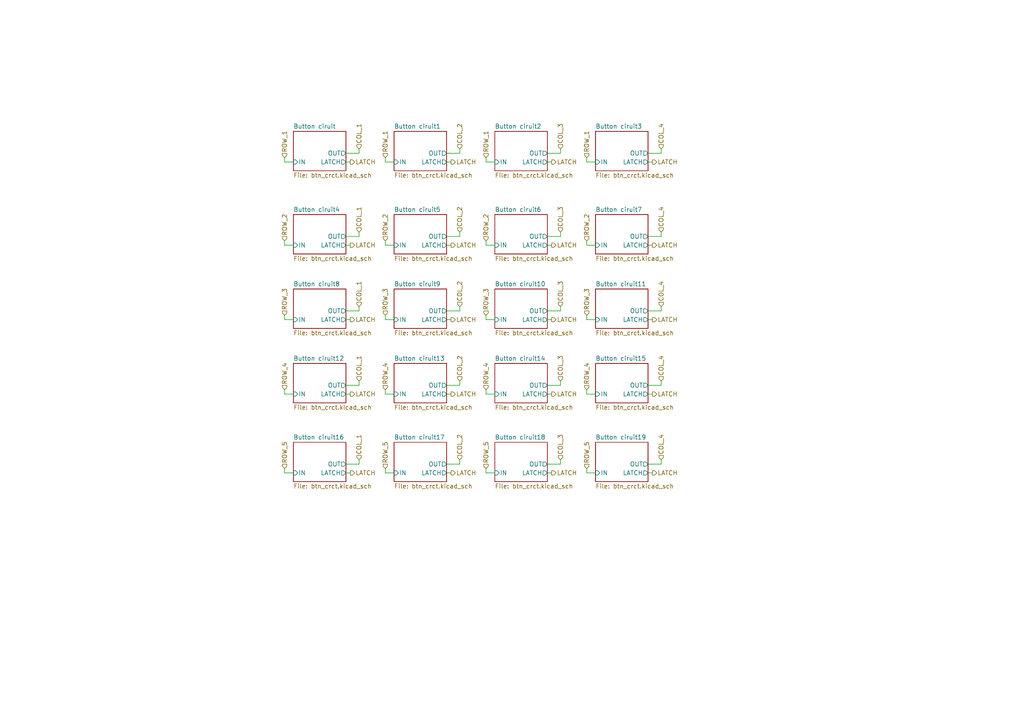
<source format=kicad_sch>
(kicad_sch
	(version 20250114)
	(generator "eeschema")
	(generator_version "9.0")
	(uuid "508e8651-5ddd-4ec8-aca2-53fbeddc9d97")
	(paper "A4")
	(lib_symbols)
	(wire
		(pts
			(xy 140.97 135.89) (xy 140.97 137.16)
		)
		(stroke
			(width 0)
			(type default)
		)
		(uuid "0391a6ba-33ba-459c-936d-cd938e3e4287")
	)
	(wire
		(pts
			(xy 100.33 137.16) (xy 101.6 137.16)
		)
		(stroke
			(width 0)
			(type default)
		)
		(uuid "0c6ab286-e112-4a80-af98-260743173afe")
	)
	(wire
		(pts
			(xy 158.75 46.99) (xy 160.02 46.99)
		)
		(stroke
			(width 0)
			(type default)
		)
		(uuid "0e24a1ed-5ea5-4e5d-b9f2-446ca6799bc2")
	)
	(wire
		(pts
			(xy 140.97 45.72) (xy 140.97 46.99)
		)
		(stroke
			(width 0)
			(type default)
		)
		(uuid "0eab6d30-2b60-4cdc-bffc-e024e856532a")
	)
	(wire
		(pts
			(xy 129.54 46.99) (xy 130.81 46.99)
		)
		(stroke
			(width 0)
			(type default)
		)
		(uuid "14dd77fa-fd11-4c67-bb01-51cdd49d1438")
	)
	(wire
		(pts
			(xy 170.18 71.12) (xy 172.72 71.12)
		)
		(stroke
			(width 0)
			(type default)
		)
		(uuid "1ae8b88d-9e31-4d01-a6c9-691c201147ee")
	)
	(wire
		(pts
			(xy 100.33 111.76) (xy 104.14 111.76)
		)
		(stroke
			(width 0)
			(type default)
		)
		(uuid "1e27435a-910a-4f0b-8656-66ca29583b11")
	)
	(wire
		(pts
			(xy 129.54 68.58) (xy 133.35 68.58)
		)
		(stroke
			(width 0)
			(type default)
		)
		(uuid "1fe5e2bb-984f-4ed4-9d99-ecf5dd8142bc")
	)
	(wire
		(pts
			(xy 162.56 111.76) (xy 162.56 110.49)
		)
		(stroke
			(width 0)
			(type default)
		)
		(uuid "21a49993-f9fc-4e17-b91e-d4496d17fb7a")
	)
	(wire
		(pts
			(xy 129.54 114.3) (xy 130.81 114.3)
		)
		(stroke
			(width 0)
			(type default)
		)
		(uuid "25da5271-a520-45a6-be04-f40f77e34680")
	)
	(wire
		(pts
			(xy 82.55 45.72) (xy 82.55 46.99)
		)
		(stroke
			(width 0)
			(type default)
		)
		(uuid "2ce6f1b4-333d-4178-9833-bce6c3578834")
	)
	(wire
		(pts
			(xy 187.96 134.62) (xy 191.77 134.62)
		)
		(stroke
			(width 0)
			(type default)
		)
		(uuid "2d161526-4f96-4ec6-82dd-305ac3ce54ad")
	)
	(wire
		(pts
			(xy 170.18 91.44) (xy 170.18 92.71)
		)
		(stroke
			(width 0)
			(type default)
		)
		(uuid "3205f070-76cd-4581-baff-cbcb2d598240")
	)
	(wire
		(pts
			(xy 187.96 90.17) (xy 191.77 90.17)
		)
		(stroke
			(width 0)
			(type default)
		)
		(uuid "35355af0-bee2-4618-86aa-02c804e974c1")
	)
	(wire
		(pts
			(xy 162.56 90.17) (xy 162.56 88.9)
		)
		(stroke
			(width 0)
			(type default)
		)
		(uuid "360f7cd8-e532-4070-861f-5f242537944c")
	)
	(wire
		(pts
			(xy 82.55 135.89) (xy 82.55 137.16)
		)
		(stroke
			(width 0)
			(type default)
		)
		(uuid "39a3e8a3-d362-44af-8e3a-34812e1eef2e")
	)
	(wire
		(pts
			(xy 100.33 46.99) (xy 101.6 46.99)
		)
		(stroke
			(width 0)
			(type default)
		)
		(uuid "3e0661b1-41ef-45af-8c20-d53b358f3774")
	)
	(wire
		(pts
			(xy 187.96 46.99) (xy 189.23 46.99)
		)
		(stroke
			(width 0)
			(type default)
		)
		(uuid "3e5a9cbe-f8e0-4e4e-aa46-b64df544a79f")
	)
	(wire
		(pts
			(xy 129.54 90.17) (xy 133.35 90.17)
		)
		(stroke
			(width 0)
			(type default)
		)
		(uuid "4052fd4c-c1ff-429e-aa11-da3b68d23787")
	)
	(wire
		(pts
			(xy 133.35 44.45) (xy 133.35 43.18)
		)
		(stroke
			(width 0)
			(type default)
		)
		(uuid "447f0ff8-2c77-4f83-bc3a-b73ece6f42ca")
	)
	(wire
		(pts
			(xy 111.76 91.44) (xy 111.76 92.71)
		)
		(stroke
			(width 0)
			(type default)
		)
		(uuid "449cc102-ead4-40fb-96f0-dc3f087bf616")
	)
	(wire
		(pts
			(xy 191.77 134.62) (xy 191.77 133.35)
		)
		(stroke
			(width 0)
			(type default)
		)
		(uuid "4508c05c-de07-4aee-8c45-6e09d636e541")
	)
	(wire
		(pts
			(xy 111.76 137.16) (xy 114.3 137.16)
		)
		(stroke
			(width 0)
			(type default)
		)
		(uuid "4c0d71b8-3381-4259-b4aa-e27d8b3d8ddc")
	)
	(wire
		(pts
			(xy 82.55 114.3) (xy 85.09 114.3)
		)
		(stroke
			(width 0)
			(type default)
		)
		(uuid "4e169c1f-988e-4346-95fe-e1988ec6bbd3")
	)
	(wire
		(pts
			(xy 140.97 114.3) (xy 143.51 114.3)
		)
		(stroke
			(width 0)
			(type default)
		)
		(uuid "4fa1dfe6-a090-4bf2-b62f-bbe4f37ad6d9")
	)
	(wire
		(pts
			(xy 158.75 137.16) (xy 160.02 137.16)
		)
		(stroke
			(width 0)
			(type default)
		)
		(uuid "50c33d59-b922-4813-b8f3-31df6dfa8e11")
	)
	(wire
		(pts
			(xy 100.33 44.45) (xy 104.14 44.45)
		)
		(stroke
			(width 0)
			(type default)
		)
		(uuid "55fd5613-7a6e-47ca-a16f-99c8bc586947")
	)
	(wire
		(pts
			(xy 129.54 111.76) (xy 133.35 111.76)
		)
		(stroke
			(width 0)
			(type default)
		)
		(uuid "57e2c9e0-7907-4d7f-9026-51441f100a40")
	)
	(wire
		(pts
			(xy 170.18 114.3) (xy 172.72 114.3)
		)
		(stroke
			(width 0)
			(type default)
		)
		(uuid "588f6575-37f2-480d-a18e-f961052d4770")
	)
	(wire
		(pts
			(xy 158.75 92.71) (xy 160.02 92.71)
		)
		(stroke
			(width 0)
			(type default)
		)
		(uuid "5bc02fa8-f0e8-48b3-a8be-c4f69831d783")
	)
	(wire
		(pts
			(xy 187.96 92.71) (xy 189.23 92.71)
		)
		(stroke
			(width 0)
			(type default)
		)
		(uuid "5e6ea047-4a51-4184-accb-3b192ad8a27c")
	)
	(wire
		(pts
			(xy 170.18 92.71) (xy 172.72 92.71)
		)
		(stroke
			(width 0)
			(type default)
		)
		(uuid "5fa20962-247b-49f9-9f00-7b7d12adfeac")
	)
	(wire
		(pts
			(xy 187.96 114.3) (xy 189.23 114.3)
		)
		(stroke
			(width 0)
			(type default)
		)
		(uuid "628800ae-be0b-4776-a76a-352af0020dbf")
	)
	(wire
		(pts
			(xy 158.75 111.76) (xy 162.56 111.76)
		)
		(stroke
			(width 0)
			(type default)
		)
		(uuid "628a4e13-ad41-43cb-9f32-38662c79ee1c")
	)
	(wire
		(pts
			(xy 100.33 71.12) (xy 101.6 71.12)
		)
		(stroke
			(width 0)
			(type default)
		)
		(uuid "63e63b63-6b0d-48e3-a32a-90e4148a497e")
	)
	(wire
		(pts
			(xy 170.18 69.85) (xy 170.18 71.12)
		)
		(stroke
			(width 0)
			(type default)
		)
		(uuid "6876f823-7bb5-496e-85a2-ec329e909955")
	)
	(wire
		(pts
			(xy 104.14 134.62) (xy 104.14 133.35)
		)
		(stroke
			(width 0)
			(type default)
		)
		(uuid "697a5d9f-4c8a-4943-a8ec-b6f2b72a3b02")
	)
	(wire
		(pts
			(xy 104.14 44.45) (xy 104.14 43.18)
		)
		(stroke
			(width 0)
			(type default)
		)
		(uuid "6b8e37f2-75ee-42cf-968c-4d23b626f124")
	)
	(wire
		(pts
			(xy 170.18 137.16) (xy 172.72 137.16)
		)
		(stroke
			(width 0)
			(type default)
		)
		(uuid "70e5a4d3-4d06-42d8-b3d2-6e6fd60a327c")
	)
	(wire
		(pts
			(xy 140.97 69.85) (xy 140.97 71.12)
		)
		(stroke
			(width 0)
			(type default)
		)
		(uuid "72ada3cc-0d16-4d5a-8ebc-681e7e796c4a")
	)
	(wire
		(pts
			(xy 187.96 44.45) (xy 191.77 44.45)
		)
		(stroke
			(width 0)
			(type default)
		)
		(uuid "7a15c4b3-1174-4d07-8f8b-55d2d5037674")
	)
	(wire
		(pts
			(xy 170.18 113.03) (xy 170.18 114.3)
		)
		(stroke
			(width 0)
			(type default)
		)
		(uuid "7b42248b-df2e-4f20-8ae3-0d83d63dc12a")
	)
	(wire
		(pts
			(xy 140.97 91.44) (xy 140.97 92.71)
		)
		(stroke
			(width 0)
			(type default)
		)
		(uuid "80b4d6e2-fad3-4448-a257-3e5c36e605c2")
	)
	(wire
		(pts
			(xy 82.55 46.99) (xy 85.09 46.99)
		)
		(stroke
			(width 0)
			(type default)
		)
		(uuid "812b4e05-4905-41b1-9c1b-0ed4b10178b6")
	)
	(wire
		(pts
			(xy 140.97 137.16) (xy 143.51 137.16)
		)
		(stroke
			(width 0)
			(type default)
		)
		(uuid "81f48a1a-baf9-4018-821a-a9fa81340a18")
	)
	(wire
		(pts
			(xy 104.14 90.17) (xy 104.14 88.9)
		)
		(stroke
			(width 0)
			(type default)
		)
		(uuid "85332c73-2e40-4274-a2ee-07f42a8d7113")
	)
	(wire
		(pts
			(xy 158.75 44.45) (xy 162.56 44.45)
		)
		(stroke
			(width 0)
			(type default)
		)
		(uuid "85dcca3c-2696-4341-8826-35baa0891399")
	)
	(wire
		(pts
			(xy 100.33 134.62) (xy 104.14 134.62)
		)
		(stroke
			(width 0)
			(type default)
		)
		(uuid "8a517385-7264-4493-99f8-687996daae36")
	)
	(wire
		(pts
			(xy 158.75 114.3) (xy 160.02 114.3)
		)
		(stroke
			(width 0)
			(type default)
		)
		(uuid "8cfd3e7f-897b-4c78-ad8a-e14f2c67a41c")
	)
	(wire
		(pts
			(xy 133.35 90.17) (xy 133.35 88.9)
		)
		(stroke
			(width 0)
			(type default)
		)
		(uuid "8f6d0acf-25d6-4153-b673-94336f998197")
	)
	(wire
		(pts
			(xy 111.76 92.71) (xy 114.3 92.71)
		)
		(stroke
			(width 0)
			(type default)
		)
		(uuid "94953c2a-d400-4e00-8292-caf82459fa17")
	)
	(wire
		(pts
			(xy 111.76 71.12) (xy 114.3 71.12)
		)
		(stroke
			(width 0)
			(type default)
		)
		(uuid "960715f4-af08-484f-839b-d34922191428")
	)
	(wire
		(pts
			(xy 140.97 113.03) (xy 140.97 114.3)
		)
		(stroke
			(width 0)
			(type default)
		)
		(uuid "9a27635f-c8a9-4884-a443-e1484f5cc778")
	)
	(wire
		(pts
			(xy 162.56 68.58) (xy 162.56 67.31)
		)
		(stroke
			(width 0)
			(type default)
		)
		(uuid "9a8a78d8-dee5-4706-a4a6-55130155dace")
	)
	(wire
		(pts
			(xy 100.33 114.3) (xy 101.6 114.3)
		)
		(stroke
			(width 0)
			(type default)
		)
		(uuid "9c79b79e-8a9d-4bbe-9cb1-6269fd72ea45")
	)
	(wire
		(pts
			(xy 129.54 44.45) (xy 133.35 44.45)
		)
		(stroke
			(width 0)
			(type default)
		)
		(uuid "9c9c8c43-55c0-4582-963e-6ba754cbd1f2")
	)
	(wire
		(pts
			(xy 111.76 113.03) (xy 111.76 114.3)
		)
		(stroke
			(width 0)
			(type default)
		)
		(uuid "9dabc4a5-1a52-4325-ba2c-0e9f6b0097c9")
	)
	(wire
		(pts
			(xy 82.55 71.12) (xy 85.09 71.12)
		)
		(stroke
			(width 0)
			(type default)
		)
		(uuid "9e35d21b-2767-46c2-8be6-40068a53c443")
	)
	(wire
		(pts
			(xy 170.18 46.99) (xy 172.72 46.99)
		)
		(stroke
			(width 0)
			(type default)
		)
		(uuid "a01369a7-f540-419f-adb6-5c6472a955bd")
	)
	(wire
		(pts
			(xy 129.54 137.16) (xy 130.81 137.16)
		)
		(stroke
			(width 0)
			(type default)
		)
		(uuid "a1c5c005-c197-41eb-8166-6cac481872a2")
	)
	(wire
		(pts
			(xy 104.14 68.58) (xy 104.14 67.31)
		)
		(stroke
			(width 0)
			(type default)
		)
		(uuid "a5b0ab92-21e6-4e35-a33b-f0b50d1905d6")
	)
	(wire
		(pts
			(xy 158.75 90.17) (xy 162.56 90.17)
		)
		(stroke
			(width 0)
			(type default)
		)
		(uuid "a62d76a8-f1ca-443f-bf26-5597be71500c")
	)
	(wire
		(pts
			(xy 82.55 113.03) (xy 82.55 114.3)
		)
		(stroke
			(width 0)
			(type default)
		)
		(uuid "aa11d3bd-6875-4d7d-961f-f6e32a0cb9ec")
	)
	(wire
		(pts
			(xy 191.77 111.76) (xy 191.77 110.49)
		)
		(stroke
			(width 0)
			(type default)
		)
		(uuid "ac265015-7f9d-4985-8234-8aefb45f0ab1")
	)
	(wire
		(pts
			(xy 111.76 114.3) (xy 114.3 114.3)
		)
		(stroke
			(width 0)
			(type default)
		)
		(uuid "ac98ff25-35b0-427a-942d-37bb33c9cfe2")
	)
	(wire
		(pts
			(xy 187.96 111.76) (xy 191.77 111.76)
		)
		(stroke
			(width 0)
			(type default)
		)
		(uuid "ada424d8-be9e-4a53-bbe3-7018275180d1")
	)
	(wire
		(pts
			(xy 82.55 92.71) (xy 85.09 92.71)
		)
		(stroke
			(width 0)
			(type default)
		)
		(uuid "b325d194-d64e-441e-ab5b-59763ee3f4c3")
	)
	(wire
		(pts
			(xy 129.54 71.12) (xy 130.81 71.12)
		)
		(stroke
			(width 0)
			(type default)
		)
		(uuid "b4a31f6e-737c-44ca-bbeb-a498ae079cdd")
	)
	(wire
		(pts
			(xy 187.96 137.16) (xy 189.23 137.16)
		)
		(stroke
			(width 0)
			(type default)
		)
		(uuid "baa27192-0b0f-438c-86f0-e7ed53fb72a6")
	)
	(wire
		(pts
			(xy 158.75 68.58) (xy 162.56 68.58)
		)
		(stroke
			(width 0)
			(type default)
		)
		(uuid "bb6f493c-d94f-4b2c-b77f-18e628fd2cf6")
	)
	(wire
		(pts
			(xy 162.56 134.62) (xy 162.56 133.35)
		)
		(stroke
			(width 0)
			(type default)
		)
		(uuid "bcb7a54a-81e2-4631-b5ae-84ff3905aa4a")
	)
	(wire
		(pts
			(xy 111.76 45.72) (xy 111.76 46.99)
		)
		(stroke
			(width 0)
			(type default)
		)
		(uuid "bd69fa1c-4589-497a-ae13-921c6000101d")
	)
	(wire
		(pts
			(xy 187.96 68.58) (xy 191.77 68.58)
		)
		(stroke
			(width 0)
			(type default)
		)
		(uuid "beb544d6-7a94-4fb8-8d52-2f33d1fa673f")
	)
	(wire
		(pts
			(xy 133.35 68.58) (xy 133.35 67.31)
		)
		(stroke
			(width 0)
			(type default)
		)
		(uuid "c0393a3a-667e-4dd1-9792-5241abce6628")
	)
	(wire
		(pts
			(xy 82.55 69.85) (xy 82.55 71.12)
		)
		(stroke
			(width 0)
			(type default)
		)
		(uuid "c16ff7e4-b405-4eda-8db6-bbeba9d99619")
	)
	(wire
		(pts
			(xy 158.75 71.12) (xy 160.02 71.12)
		)
		(stroke
			(width 0)
			(type default)
		)
		(uuid "c24d597b-b29c-438e-abfd-2b03b93bf058")
	)
	(wire
		(pts
			(xy 129.54 92.71) (xy 130.81 92.71)
		)
		(stroke
			(width 0)
			(type default)
		)
		(uuid "c28df38a-cadb-4b39-a9ba-b01bd961c090")
	)
	(wire
		(pts
			(xy 162.56 44.45) (xy 162.56 43.18)
		)
		(stroke
			(width 0)
			(type default)
		)
		(uuid "c57cac44-4709-4f8a-9e75-3cffade29cac")
	)
	(wire
		(pts
			(xy 100.33 90.17) (xy 104.14 90.17)
		)
		(stroke
			(width 0)
			(type default)
		)
		(uuid "c6345905-e81b-4c9e-9927-5359f6d5cfa3")
	)
	(wire
		(pts
			(xy 191.77 90.17) (xy 191.77 88.9)
		)
		(stroke
			(width 0)
			(type default)
		)
		(uuid "ca0164c1-f07a-44b7-95c9-5889c525adc2")
	)
	(wire
		(pts
			(xy 133.35 111.76) (xy 133.35 110.49)
		)
		(stroke
			(width 0)
			(type default)
		)
		(uuid "cabd7f59-38a9-4d51-8912-9eaad91cb3b1")
	)
	(wire
		(pts
			(xy 111.76 46.99) (xy 114.3 46.99)
		)
		(stroke
			(width 0)
			(type default)
		)
		(uuid "cd3adfb6-1691-4f4c-b248-71f6a1d59979")
	)
	(wire
		(pts
			(xy 140.97 46.99) (xy 143.51 46.99)
		)
		(stroke
			(width 0)
			(type default)
		)
		(uuid "d73f27f1-5a26-4560-a7de-f63696e59d79")
	)
	(wire
		(pts
			(xy 111.76 69.85) (xy 111.76 71.12)
		)
		(stroke
			(width 0)
			(type default)
		)
		(uuid "dda70bd8-eebc-4d0d-b8f2-393439c36028")
	)
	(wire
		(pts
			(xy 129.54 134.62) (xy 133.35 134.62)
		)
		(stroke
			(width 0)
			(type default)
		)
		(uuid "e0befc0f-d008-480a-b03e-916f02df639c")
	)
	(wire
		(pts
			(xy 82.55 91.44) (xy 82.55 92.71)
		)
		(stroke
			(width 0)
			(type default)
		)
		(uuid "e25f5bcc-f75d-45bc-bb10-bbd49a8e7bdc")
	)
	(wire
		(pts
			(xy 191.77 44.45) (xy 191.77 43.18)
		)
		(stroke
			(width 0)
			(type default)
		)
		(uuid "e3ae0992-6a1c-43f4-a6a1-e18b2aeca378")
	)
	(wire
		(pts
			(xy 133.35 134.62) (xy 133.35 133.35)
		)
		(stroke
			(width 0)
			(type default)
		)
		(uuid "e3e0e0f9-2ec0-4064-98da-612ea2151bb1")
	)
	(wire
		(pts
			(xy 82.55 137.16) (xy 85.09 137.16)
		)
		(stroke
			(width 0)
			(type default)
		)
		(uuid "e7ed8ea2-9790-4e00-a0f5-47a47d517552")
	)
	(wire
		(pts
			(xy 191.77 68.58) (xy 191.77 67.31)
		)
		(stroke
			(width 0)
			(type default)
		)
		(uuid "e878fa66-22ba-40dc-9408-89c1d67f367b")
	)
	(wire
		(pts
			(xy 158.75 134.62) (xy 162.56 134.62)
		)
		(stroke
			(width 0)
			(type default)
		)
		(uuid "e8f9ccfc-8d91-46ef-b267-0a8d4bf3a65f")
	)
	(wire
		(pts
			(xy 140.97 71.12) (xy 143.51 71.12)
		)
		(stroke
			(width 0)
			(type default)
		)
		(uuid "ea8d6043-c06c-4dcc-bec0-d008729d346b")
	)
	(wire
		(pts
			(xy 100.33 92.71) (xy 101.6 92.71)
		)
		(stroke
			(width 0)
			(type default)
		)
		(uuid "ec952ebd-6bc6-4d2f-921f-e546fb02099b")
	)
	(wire
		(pts
			(xy 104.14 111.76) (xy 104.14 110.49)
		)
		(stroke
			(width 0)
			(type default)
		)
		(uuid "eeff8080-177d-4a59-9eea-b0af6cca687b")
	)
	(wire
		(pts
			(xy 111.76 135.89) (xy 111.76 137.16)
		)
		(stroke
			(width 0)
			(type default)
		)
		(uuid "f335d895-8cc6-4766-abae-6c6603bd5a7f")
	)
	(wire
		(pts
			(xy 170.18 45.72) (xy 170.18 46.99)
		)
		(stroke
			(width 0)
			(type default)
		)
		(uuid "f717c42b-3319-4f4e-bb5c-340edcd19644")
	)
	(wire
		(pts
			(xy 170.18 135.89) (xy 170.18 137.16)
		)
		(stroke
			(width 0)
			(type default)
		)
		(uuid "f7c41148-e912-4c5e-a4b6-7f2a88614ba4")
	)
	(wire
		(pts
			(xy 187.96 71.12) (xy 189.23 71.12)
		)
		(stroke
			(width 0)
			(type default)
		)
		(uuid "f8102a5c-17eb-4969-be33-5ca14a9ceb13")
	)
	(wire
		(pts
			(xy 140.97 92.71) (xy 143.51 92.71)
		)
		(stroke
			(width 0)
			(type default)
		)
		(uuid "f816e738-327c-4605-b3db-01cece5fd067")
	)
	(wire
		(pts
			(xy 100.33 68.58) (xy 104.14 68.58)
		)
		(stroke
			(width 0)
			(type default)
		)
		(uuid "f906da8c-d469-4daf-9c9d-a0bb5bb1f172")
	)
	(hierarchical_label "LATCH"
		(shape output)
		(at 160.02 71.12 0)
		(effects
			(font
				(size 1.27 1.27)
			)
			(justify left)
		)
		(uuid "0843f2e6-ba33-4c63-889b-071fcde60d3a")
	)
	(hierarchical_label "COL_4"
		(shape input)
		(at 191.77 43.18 90)
		(effects
			(font
				(size 1.27 1.27)
			)
			(justify left)
		)
		(uuid "1b112d1f-d08f-4e80-b8b5-5ba72770f9bd")
	)
	(hierarchical_label "ROW_4"
		(shape input)
		(at 140.97 113.03 90)
		(effects
			(font
				(size 1.27 1.27)
			)
			(justify left)
		)
		(uuid "1b93495c-35da-44e4-9a89-59ed64ea843e")
	)
	(hierarchical_label "COL_1"
		(shape input)
		(at 104.14 43.18 90)
		(effects
			(font
				(size 1.27 1.27)
			)
			(justify left)
		)
		(uuid "1d2ae543-b2e9-4ab3-83b3-c1d5791b6534")
	)
	(hierarchical_label "LATCH"
		(shape output)
		(at 189.23 71.12 0)
		(effects
			(font
				(size 1.27 1.27)
			)
			(justify left)
		)
		(uuid "1e823adc-98ef-415d-8e45-1cbaf6398c11")
	)
	(hierarchical_label "COL_2"
		(shape input)
		(at 133.35 43.18 90)
		(effects
			(font
				(size 1.27 1.27)
			)
			(justify left)
		)
		(uuid "1ef9e28d-9db7-4c07-ac59-afd2a41a3528")
	)
	(hierarchical_label "COL_1"
		(shape input)
		(at 104.14 88.9 90)
		(effects
			(font
				(size 1.27 1.27)
			)
			(justify left)
		)
		(uuid "24608d23-93f9-46fe-a3a3-1fb1bfea9d22")
	)
	(hierarchical_label "LATCH"
		(shape output)
		(at 101.6 71.12 0)
		(effects
			(font
				(size 1.27 1.27)
			)
			(justify left)
		)
		(uuid "27b20620-ebb0-47a2-8a8f-434f64ec6626")
	)
	(hierarchical_label "ROW_5"
		(shape input)
		(at 170.18 135.89 90)
		(effects
			(font
				(size 1.27 1.27)
			)
			(justify left)
		)
		(uuid "28005446-9248-47cd-8e87-09f0fb363673")
	)
	(hierarchical_label "COL_4"
		(shape input)
		(at 191.77 67.31 90)
		(effects
			(font
				(size 1.27 1.27)
			)
			(justify left)
		)
		(uuid "2fa26961-6af5-4aeb-9b5c-87d7726de000")
	)
	(hierarchical_label "LATCH"
		(shape output)
		(at 189.23 46.99 0)
		(effects
			(font
				(size 1.27 1.27)
			)
			(justify left)
		)
		(uuid "30087f86-6c47-4be4-8f80-196b3337545c")
	)
	(hierarchical_label "LATCH"
		(shape output)
		(at 101.6 46.99 0)
		(effects
			(font
				(size 1.27 1.27)
			)
			(justify left)
		)
		(uuid "321cc810-904d-4035-b65a-5b1586b2399a")
	)
	(hierarchical_label "ROW_3"
		(shape input)
		(at 170.18 91.44 90)
		(effects
			(font
				(size 1.27 1.27)
			)
			(justify left)
		)
		(uuid "32d08c5c-b14c-4051-bb1f-c733fee99b3b")
	)
	(hierarchical_label "ROW_5"
		(shape input)
		(at 82.55 135.89 90)
		(effects
			(font
				(size 1.27 1.27)
			)
			(justify left)
		)
		(uuid "33fb3053-3085-44e6-ae84-5ac8c1527323")
	)
	(hierarchical_label "COL_2"
		(shape input)
		(at 133.35 133.35 90)
		(effects
			(font
				(size 1.27 1.27)
			)
			(justify left)
		)
		(uuid "3dbe2025-9894-49d1-ad4f-3333281f6651")
	)
	(hierarchical_label "ROW_4"
		(shape input)
		(at 82.55 113.03 90)
		(effects
			(font
				(size 1.27 1.27)
			)
			(justify left)
		)
		(uuid "3fd1c400-319d-4107-8465-20ffd4627ac6")
	)
	(hierarchical_label "ROW_1"
		(shape input)
		(at 170.18 45.72 90)
		(effects
			(font
				(size 1.27 1.27)
			)
			(justify left)
		)
		(uuid "40a8aeab-9b3e-40ac-a70a-890bc791e9f0")
	)
	(hierarchical_label "COL_3"
		(shape input)
		(at 162.56 67.31 90)
		(effects
			(font
				(size 1.27 1.27)
			)
			(justify left)
		)
		(uuid "417f9036-17f6-43f9-944d-d950ed825064")
	)
	(hierarchical_label "LATCH"
		(shape output)
		(at 160.02 46.99 0)
		(effects
			(font
				(size 1.27 1.27)
			)
			(justify left)
		)
		(uuid "4365a5e5-f994-44af-9682-7f339f826e8e")
	)
	(hierarchical_label "ROW_4"
		(shape input)
		(at 111.76 113.03 90)
		(effects
			(font
				(size 1.27 1.27)
			)
			(justify left)
		)
		(uuid "47f09723-e390-4d83-a8db-7dc5ef11d5a1")
	)
	(hierarchical_label "LATCH"
		(shape output)
		(at 101.6 92.71 0)
		(effects
			(font
				(size 1.27 1.27)
			)
			(justify left)
		)
		(uuid "49607448-09e0-45e5-9aae-10978152de6d")
	)
	(hierarchical_label "COL_3"
		(shape input)
		(at 162.56 110.49 90)
		(effects
			(font
				(size 1.27 1.27)
			)
			(justify left)
		)
		(uuid "49d60cfd-c93e-4366-9f20-e1171adff61b")
	)
	(hierarchical_label "LATCH"
		(shape output)
		(at 130.81 114.3 0)
		(effects
			(font
				(size 1.27 1.27)
			)
			(justify left)
		)
		(uuid "4ced3df2-45d0-43bd-91bb-4dce60a8ef82")
	)
	(hierarchical_label "COL_3"
		(shape input)
		(at 162.56 133.35 90)
		(effects
			(font
				(size 1.27 1.27)
			)
			(justify left)
		)
		(uuid "531fcfca-e256-432a-b032-a7a1dc333a17")
	)
	(hierarchical_label "ROW_3"
		(shape input)
		(at 82.55 91.44 90)
		(effects
			(font
				(size 1.27 1.27)
			)
			(justify left)
		)
		(uuid "58f4670a-ef04-4c06-8085-ff6fc3de8afe")
	)
	(hierarchical_label "ROW_4"
		(shape input)
		(at 170.18 113.03 90)
		(effects
			(font
				(size 1.27 1.27)
			)
			(justify left)
		)
		(uuid "6112e380-4053-4a94-81ef-d23f3515412c")
	)
	(hierarchical_label "ROW_2"
		(shape input)
		(at 170.18 69.85 90)
		(effects
			(font
				(size 1.27 1.27)
			)
			(justify left)
		)
		(uuid "68d2865d-541d-4916-aa92-7e68a59d370c")
	)
	(hierarchical_label "LATCH"
		(shape output)
		(at 189.23 92.71 0)
		(effects
			(font
				(size 1.27 1.27)
			)
			(justify left)
		)
		(uuid "6901a41d-a74e-4753-a3ef-d6da4fc6963e")
	)
	(hierarchical_label "ROW_1"
		(shape input)
		(at 140.97 45.72 90)
		(effects
			(font
				(size 1.27 1.27)
			)
			(justify left)
		)
		(uuid "6e16d96a-9797-466a-a2b2-418d5a73f06c")
	)
	(hierarchical_label "ROW_1"
		(shape input)
		(at 111.76 45.72 90)
		(effects
			(font
				(size 1.27 1.27)
			)
			(justify left)
		)
		(uuid "6f7cb5bd-de52-432e-a91d-8aeb29ea18ef")
	)
	(hierarchical_label "LATCH"
		(shape output)
		(at 130.81 137.16 0)
		(effects
			(font
				(size 1.27 1.27)
			)
			(justify left)
		)
		(uuid "70ea47aa-4327-47b1-9d54-0c623ec14d8c")
	)
	(hierarchical_label "COL_4"
		(shape input)
		(at 191.77 88.9 90)
		(effects
			(font
				(size 1.27 1.27)
			)
			(justify left)
		)
		(uuid "72aab5f0-50fa-4ca3-a5e1-5fd2b95aac7b")
	)
	(hierarchical_label "LATCH"
		(shape output)
		(at 130.81 92.71 0)
		(effects
			(font
				(size 1.27 1.27)
			)
			(justify left)
		)
		(uuid "75b08af6-0419-4bec-af59-84a6712fea21")
	)
	(hierarchical_label "COL_3"
		(shape input)
		(at 162.56 88.9 90)
		(effects
			(font
				(size 1.27 1.27)
			)
			(justify left)
		)
		(uuid "8c6cb160-30b4-4b39-8f94-9612fdde6685")
	)
	(hierarchical_label "ROW_3"
		(shape input)
		(at 111.76 91.44 90)
		(effects
			(font
				(size 1.27 1.27)
			)
			(justify left)
		)
		(uuid "8cbd2ce5-11d7-4a1d-aae4-5e290da676e7")
	)
	(hierarchical_label "LATCH"
		(shape output)
		(at 189.23 114.3 0)
		(effects
			(font
				(size 1.27 1.27)
			)
			(justify left)
		)
		(uuid "94b55756-e00b-4c41-89a2-20d408aea26d")
	)
	(hierarchical_label "LATCH"
		(shape output)
		(at 160.02 92.71 0)
		(effects
			(font
				(size 1.27 1.27)
			)
			(justify left)
		)
		(uuid "9c0dff07-bf09-4a90-bc48-749eb55aa02f")
	)
	(hierarchical_label "COL_4"
		(shape input)
		(at 191.77 110.49 90)
		(effects
			(font
				(size 1.27 1.27)
			)
			(justify left)
		)
		(uuid "a736c9d3-41f4-42fb-9fba-dc49a61dbc57")
	)
	(hierarchical_label "LATCH"
		(shape output)
		(at 130.81 46.99 0)
		(effects
			(font
				(size 1.27 1.27)
			)
			(justify left)
		)
		(uuid "ab13dbe9-08ee-4dea-a372-939c44628ecb")
	)
	(hierarchical_label "LATCH"
		(shape output)
		(at 130.81 71.12 0)
		(effects
			(font
				(size 1.27 1.27)
			)
			(justify left)
		)
		(uuid "aba1b20a-6fc4-4b21-a2cc-246c4ae18196")
	)
	(hierarchical_label "ROW_2"
		(shape input)
		(at 111.76 69.85 90)
		(effects
			(font
				(size 1.27 1.27)
			)
			(justify left)
		)
		(uuid "b301a700-7935-4234-bbac-552ee2a4f693")
	)
	(hierarchical_label "COL_2"
		(shape input)
		(at 133.35 67.31 90)
		(effects
			(font
				(size 1.27 1.27)
			)
			(justify left)
		)
		(uuid "b4a04f13-cfff-4ded-8b7d-5f79a0d5eba6")
	)
	(hierarchical_label "COL_4"
		(shape input)
		(at 191.77 133.35 90)
		(effects
			(font
				(size 1.27 1.27)
			)
			(justify left)
		)
		(uuid "bd3d3de6-e28e-4c18-886d-1aefb6964085")
	)
	(hierarchical_label "COL_1"
		(shape input)
		(at 104.14 67.31 90)
		(effects
			(font
				(size 1.27 1.27)
			)
			(justify left)
		)
		(uuid "c8045cf8-d8d1-45ec-8309-8a21407cca7f")
	)
	(hierarchical_label "ROW_3"
		(shape input)
		(at 140.97 91.44 90)
		(effects
			(font
				(size 1.27 1.27)
			)
			(justify left)
		)
		(uuid "c87e2e12-7c9c-446d-a5a8-84bb00729bce")
	)
	(hierarchical_label "ROW_2"
		(shape input)
		(at 82.55 69.85 90)
		(effects
			(font
				(size 1.27 1.27)
			)
			(justify left)
		)
		(uuid "cb8dfef3-9455-43aa-9dc1-36c59a16fca8")
	)
	(hierarchical_label "COL_1"
		(shape input)
		(at 104.14 110.49 90)
		(effects
			(font
				(size 1.27 1.27)
			)
			(justify left)
		)
		(uuid "cca46d9e-165d-4f7d-a1a2-50c935eafaeb")
	)
	(hierarchical_label "COL_2"
		(shape input)
		(at 133.35 110.49 90)
		(effects
			(font
				(size 1.27 1.27)
			)
			(justify left)
		)
		(uuid "cd565d70-2769-45bb-9fd4-571fdb004112")
	)
	(hierarchical_label "LATCH"
		(shape output)
		(at 160.02 114.3 0)
		(effects
			(font
				(size 1.27 1.27)
			)
			(justify left)
		)
		(uuid "d1c95343-f790-480d-9043-60a404901dbc")
	)
	(hierarchical_label "COL_3"
		(shape input)
		(at 162.56 43.18 90)
		(effects
			(font
				(size 1.27 1.27)
			)
			(justify left)
		)
		(uuid "d343da80-2c29-4fe4-853d-e0c1b6217538")
	)
	(hierarchical_label "LATCH"
		(shape output)
		(at 101.6 137.16 0)
		(effects
			(font
				(size 1.27 1.27)
			)
			(justify left)
		)
		(uuid "e196d504-4916-4804-bd5b-60a18c89e0cc")
	)
	(hierarchical_label "ROW_5"
		(shape input)
		(at 140.97 135.89 90)
		(effects
			(font
				(size 1.27 1.27)
			)
			(justify left)
		)
		(uuid "e22a44a0-6c29-4495-a4ee-b73050ca0b0b")
	)
	(hierarchical_label "ROW_5"
		(shape input)
		(at 111.76 135.89 90)
		(effects
			(font
				(size 1.27 1.27)
			)
			(justify left)
		)
		(uuid "e4acdd2b-4a4e-4a06-8fa6-1953199bad37")
	)
	(hierarchical_label "COL_1"
		(shape input)
		(at 104.14 133.35 90)
		(effects
			(font
				(size 1.27 1.27)
			)
			(justify left)
		)
		(uuid "e824e1cd-198a-4a7e-bae5-2a736fe60a63")
	)
	(hierarchical_label "LATCH"
		(shape output)
		(at 160.02 137.16 0)
		(effects
			(font
				(size 1.27 1.27)
			)
			(justify left)
		)
		(uuid "e90391e9-0121-460d-b41f-f90d80c9f7c9")
	)
	(hierarchical_label "LATCH"
		(shape output)
		(at 189.23 137.16 0)
		(effects
			(font
				(size 1.27 1.27)
			)
			(justify left)
		)
		(uuid "ee9cb667-15db-4002-b48e-b26a7425092a")
	)
	(hierarchical_label "ROW_2"
		(shape input)
		(at 140.97 69.85 90)
		(effects
			(font
				(size 1.27 1.27)
			)
			(justify left)
		)
		(uuid "f1294ed1-490e-48c5-9a23-874e47ae274b")
	)
	(hierarchical_label "LATCH"
		(shape output)
		(at 101.6 114.3 0)
		(effects
			(font
				(size 1.27 1.27)
			)
			(justify left)
		)
		(uuid "f3794523-b92b-48d2-9e40-156044db9271")
	)
	(hierarchical_label "COL_2"
		(shape input)
		(at 133.35 88.9 90)
		(effects
			(font
				(size 1.27 1.27)
			)
			(justify left)
		)
		(uuid "f7e734b3-96ec-4a56-aa6e-a47c08904a7d")
	)
	(hierarchical_label "ROW_1"
		(shape input)
		(at 82.55 45.72 90)
		(effects
			(font
				(size 1.27 1.27)
			)
			(justify left)
		)
		(uuid "fe84435a-edb5-4fe9-a672-0bb2ecbd27cc")
	)
	(sheet
		(at 85.09 38.1)
		(size 15.24 11.43)
		(exclude_from_sim no)
		(in_bom yes)
		(on_board yes)
		(dnp no)
		(fields_autoplaced yes)
		(stroke
			(width 0.1524)
			(type solid)
		)
		(fill
			(color 0 0 0 0.0000)
		)
		(uuid "01bd6906-d0e9-4f48-8e09-6319a848cf13")
		(property "Sheetname" "Button ciruit"
			(at 85.09 37.3884 0)
			(effects
				(font
					(size 1.27 1.27)
				)
				(justify left bottom)
			)
		)
		(property "Sheetfile" "btn_crct.kicad_sch"
			(at 85.09 50.1146 0)
			(effects
				(font
					(size 1.27 1.27)
				)
				(justify left top)
			)
		)
		(pin "IN" input
			(at 85.09 46.99 180)
			(uuid "651d81d7-6438-4d09-ad0a-4ea4fe6d79cb")
			(effects
				(font
					(size 1.27 1.27)
				)
				(justify left)
			)
		)
		(pin "LATCH" output
			(at 100.33 46.99 0)
			(uuid "5d76b9b8-fb00-4dc5-b2f6-3e0e5cd108a4")
			(effects
				(font
					(size 1.27 1.27)
				)
				(justify right)
			)
		)
		(pin "OUT" output
			(at 100.33 44.45 0)
			(uuid "09c053fe-3cec-4ddb-bf48-799326b7d3f0")
			(effects
				(font
					(size 1.27 1.27)
				)
				(justify right)
			)
		)
		(instances
			(project "Dormo"
				(path "/ff209d91-b81c-4298-adb3-92cd8e0f5a40/c3ef7e2a-0c4c-4154-898b-a4f5d1bd0d76"
					(page "3")
				)
			)
		)
	)
	(sheet
		(at 114.3 62.23)
		(size 15.24 11.43)
		(exclude_from_sim no)
		(in_bom yes)
		(on_board yes)
		(dnp no)
		(fields_autoplaced yes)
		(stroke
			(width 0.1524)
			(type solid)
		)
		(fill
			(color 0 0 0 0.0000)
		)
		(uuid "060d89ff-bf1e-43e5-98c9-b1121b6f5ca4")
		(property "Sheetname" "Button ciruit5"
			(at 114.3 61.5184 0)
			(effects
				(font
					(size 1.27 1.27)
				)
				(justify left bottom)
			)
		)
		(property "Sheetfile" "btn_crct.kicad_sch"
			(at 114.3 74.2446 0)
			(effects
				(font
					(size 1.27 1.27)
				)
				(justify left top)
			)
		)
		(pin "IN" input
			(at 114.3 71.12 180)
			(uuid "b1c92e4a-02c5-4c9f-9b44-444e41ed1ee5")
			(effects
				(font
					(size 1.27 1.27)
				)
				(justify left)
			)
		)
		(pin "LATCH" output
			(at 129.54 71.12 0)
			(uuid "e451bf9f-ed63-42e8-b374-905f533b4b17")
			(effects
				(font
					(size 1.27 1.27)
				)
				(justify right)
			)
		)
		(pin "OUT" output
			(at 129.54 68.58 0)
			(uuid "2f96d221-e9ca-4771-a2f3-13208fb986cf")
			(effects
				(font
					(size 1.27 1.27)
				)
				(justify right)
			)
		)
		(instances
			(project "Dormo"
				(path "/ff209d91-b81c-4298-adb3-92cd8e0f5a40/c3ef7e2a-0c4c-4154-898b-a4f5d1bd0d76"
					(page "8")
				)
			)
		)
	)
	(sheet
		(at 172.72 128.27)
		(size 15.24 11.43)
		(exclude_from_sim no)
		(in_bom yes)
		(on_board yes)
		(dnp no)
		(fields_autoplaced yes)
		(stroke
			(width 0.1524)
			(type solid)
		)
		(fill
			(color 0 0 0 0.0000)
		)
		(uuid "0f28243d-1ac6-44db-9654-832075379c1c")
		(property "Sheetname" "Button ciruit19"
			(at 172.72 127.5584 0)
			(effects
				(font
					(size 1.27 1.27)
				)
				(justify left bottom)
			)
		)
		(property "Sheetfile" "btn_crct.kicad_sch"
			(at 172.72 140.2846 0)
			(effects
				(font
					(size 1.27 1.27)
				)
				(justify left top)
			)
		)
		(pin "IN" input
			(at 172.72 137.16 180)
			(uuid "85be9020-dbfe-411c-b197-69c161966d79")
			(effects
				(font
					(size 1.27 1.27)
				)
				(justify left)
			)
		)
		(pin "LATCH" output
			(at 187.96 137.16 0)
			(uuid "bef26385-5ca3-452b-a361-8cadc06e513b")
			(effects
				(font
					(size 1.27 1.27)
				)
				(justify right)
			)
		)
		(pin "OUT" output
			(at 187.96 134.62 0)
			(uuid "447d2332-66ee-402e-b333-ad6cee889d94")
			(effects
				(font
					(size 1.27 1.27)
				)
				(justify right)
			)
		)
		(instances
			(project "Dormo"
				(path "/ff209d91-b81c-4298-adb3-92cd8e0f5a40/c3ef7e2a-0c4c-4154-898b-a4f5d1bd0d76"
					(page "22")
				)
			)
		)
	)
	(sheet
		(at 114.3 83.82)
		(size 15.24 11.43)
		(exclude_from_sim no)
		(in_bom yes)
		(on_board yes)
		(dnp no)
		(fields_autoplaced yes)
		(stroke
			(width 0.1524)
			(type solid)
		)
		(fill
			(color 0 0 0 0.0000)
		)
		(uuid "13ee28ea-6dd3-42f7-8bd0-41da8dd41c4e")
		(property "Sheetname" "Button ciruit9"
			(at 114.3 83.1084 0)
			(effects
				(font
					(size 1.27 1.27)
				)
				(justify left bottom)
			)
		)
		(property "Sheetfile" "btn_crct.kicad_sch"
			(at 114.3 95.8346 0)
			(effects
				(font
					(size 1.27 1.27)
				)
				(justify left top)
			)
		)
		(pin "IN" input
			(at 114.3 92.71 180)
			(uuid "39201f04-f6d6-4dc1-884b-bcf2c696635a")
			(effects
				(font
					(size 1.27 1.27)
				)
				(justify left)
			)
		)
		(pin "LATCH" output
			(at 129.54 92.71 0)
			(uuid "e901932a-d085-4bf6-ba4d-48426f53cff9")
			(effects
				(font
					(size 1.27 1.27)
				)
				(justify right)
			)
		)
		(pin "OUT" output
			(at 129.54 90.17 0)
			(uuid "f2d9192b-72a5-4330-a8c5-09b7b27364cc")
			(effects
				(font
					(size 1.27 1.27)
				)
				(justify right)
			)
		)
		(instances
			(project "Dormo"
				(path "/ff209d91-b81c-4298-adb3-92cd8e0f5a40/c3ef7e2a-0c4c-4154-898b-a4f5d1bd0d76"
					(page "12")
				)
			)
		)
	)
	(sheet
		(at 143.51 62.23)
		(size 15.24 11.43)
		(exclude_from_sim no)
		(in_bom yes)
		(on_board yes)
		(dnp no)
		(fields_autoplaced yes)
		(stroke
			(width 0.1524)
			(type solid)
		)
		(fill
			(color 0 0 0 0.0000)
		)
		(uuid "14ca796b-e275-43c5-b730-36a659082b00")
		(property "Sheetname" "Button ciruit6"
			(at 143.51 61.5184 0)
			(effects
				(font
					(size 1.27 1.27)
				)
				(justify left bottom)
			)
		)
		(property "Sheetfile" "btn_crct.kicad_sch"
			(at 143.51 74.2446 0)
			(effects
				(font
					(size 1.27 1.27)
				)
				(justify left top)
			)
		)
		(pin "IN" input
			(at 143.51 71.12 180)
			(uuid "b212a88c-4881-483e-bae5-8b3d268cbf05")
			(effects
				(font
					(size 1.27 1.27)
				)
				(justify left)
			)
		)
		(pin "LATCH" output
			(at 158.75 71.12 0)
			(uuid "8264fdfe-42f8-476e-8d6f-5249fe4805db")
			(effects
				(font
					(size 1.27 1.27)
				)
				(justify right)
			)
		)
		(pin "OUT" output
			(at 158.75 68.58 0)
			(uuid "9684b2c0-4ddc-457a-b6ac-36f2fa551035")
			(effects
				(font
					(size 1.27 1.27)
				)
				(justify right)
			)
		)
		(instances
			(project "Dormo"
				(path "/ff209d91-b81c-4298-adb3-92cd8e0f5a40/c3ef7e2a-0c4c-4154-898b-a4f5d1bd0d76"
					(page "9")
				)
			)
		)
	)
	(sheet
		(at 172.72 38.1)
		(size 15.24 11.43)
		(exclude_from_sim no)
		(in_bom yes)
		(on_board yes)
		(dnp no)
		(fields_autoplaced yes)
		(stroke
			(width 0.1524)
			(type solid)
		)
		(fill
			(color 0 0 0 0.0000)
		)
		(uuid "1decf06e-2ecd-4854-afe9-e0bab1a314bf")
		(property "Sheetname" "Button ciruit3"
			(at 172.72 37.3884 0)
			(effects
				(font
					(size 1.27 1.27)
				)
				(justify left bottom)
			)
		)
		(property "Sheetfile" "btn_crct.kicad_sch"
			(at 172.72 50.1146 0)
			(effects
				(font
					(size 1.27 1.27)
				)
				(justify left top)
			)
		)
		(pin "IN" input
			(at 172.72 46.99 180)
			(uuid "799e728e-856a-46e1-bab5-e5fe0b3e008c")
			(effects
				(font
					(size 1.27 1.27)
				)
				(justify left)
			)
		)
		(pin "LATCH" output
			(at 187.96 46.99 0)
			(uuid "9452b19c-33eb-4598-a7bc-84c54ab80e8b")
			(effects
				(font
					(size 1.27 1.27)
				)
				(justify right)
			)
		)
		(pin "OUT" output
			(at 187.96 44.45 0)
			(uuid "cd748a37-b579-4c84-b1d8-2c8fca934ed3")
			(effects
				(font
					(size 1.27 1.27)
				)
				(justify right)
			)
		)
		(instances
			(project "Dormo"
				(path "/ff209d91-b81c-4298-adb3-92cd8e0f5a40/c3ef7e2a-0c4c-4154-898b-a4f5d1bd0d76"
					(page "6")
				)
			)
		)
	)
	(sheet
		(at 85.09 62.23)
		(size 15.24 11.43)
		(exclude_from_sim no)
		(in_bom yes)
		(on_board yes)
		(dnp no)
		(fields_autoplaced yes)
		(stroke
			(width 0.1524)
			(type solid)
		)
		(fill
			(color 0 0 0 0.0000)
		)
		(uuid "2e8034da-122a-4f0d-929f-092c97d491e4")
		(property "Sheetname" "Button ciruit4"
			(at 85.09 61.5184 0)
			(effects
				(font
					(size 1.27 1.27)
				)
				(justify left bottom)
			)
		)
		(property "Sheetfile" "btn_crct.kicad_sch"
			(at 85.09 74.2446 0)
			(effects
				(font
					(size 1.27 1.27)
				)
				(justify left top)
			)
		)
		(pin "IN" input
			(at 85.09 71.12 180)
			(uuid "d7dc7ed4-1116-4e7e-8d63-5e0ac15c17a9")
			(effects
				(font
					(size 1.27 1.27)
				)
				(justify left)
			)
		)
		(pin "LATCH" output
			(at 100.33 71.12 0)
			(uuid "ebd46f04-73d4-4eef-92bc-59691f7663fe")
			(effects
				(font
					(size 1.27 1.27)
				)
				(justify right)
			)
		)
		(pin "OUT" output
			(at 100.33 68.58 0)
			(uuid "891ec403-c76f-4735-9953-97c7dde4f85c")
			(effects
				(font
					(size 1.27 1.27)
				)
				(justify right)
			)
		)
		(instances
			(project "Dormo"
				(path "/ff209d91-b81c-4298-adb3-92cd8e0f5a40/c3ef7e2a-0c4c-4154-898b-a4f5d1bd0d76"
					(page "7")
				)
			)
		)
	)
	(sheet
		(at 172.72 83.82)
		(size 15.24 11.43)
		(exclude_from_sim no)
		(in_bom yes)
		(on_board yes)
		(dnp no)
		(fields_autoplaced yes)
		(stroke
			(width 0.1524)
			(type solid)
		)
		(fill
			(color 0 0 0 0.0000)
		)
		(uuid "301817ab-439c-499d-95d8-227eddb569f8")
		(property "Sheetname" "Button ciruit11"
			(at 172.72 83.1084 0)
			(effects
				(font
					(size 1.27 1.27)
				)
				(justify left bottom)
			)
		)
		(property "Sheetfile" "btn_crct.kicad_sch"
			(at 172.72 95.8346 0)
			(effects
				(font
					(size 1.27 1.27)
				)
				(justify left top)
			)
		)
		(pin "IN" input
			(at 172.72 92.71 180)
			(uuid "2f9620da-6b46-4c91-929b-8c04af9fde55")
			(effects
				(font
					(size 1.27 1.27)
				)
				(justify left)
			)
		)
		(pin "LATCH" output
			(at 187.96 92.71 0)
			(uuid "1687f356-37d6-40a6-b7f9-94309d8643fe")
			(effects
				(font
					(size 1.27 1.27)
				)
				(justify right)
			)
		)
		(pin "OUT" output
			(at 187.96 90.17 0)
			(uuid "3c7ff06a-8631-4126-a27a-dcf3b511d236")
			(effects
				(font
					(size 1.27 1.27)
				)
				(justify right)
			)
		)
		(instances
			(project "Dormo"
				(path "/ff209d91-b81c-4298-adb3-92cd8e0f5a40/c3ef7e2a-0c4c-4154-898b-a4f5d1bd0d76"
					(page "14")
				)
			)
		)
	)
	(sheet
		(at 85.09 128.27)
		(size 15.24 11.43)
		(exclude_from_sim no)
		(in_bom yes)
		(on_board yes)
		(dnp no)
		(fields_autoplaced yes)
		(stroke
			(width 0.1524)
			(type solid)
		)
		(fill
			(color 0 0 0 0.0000)
		)
		(uuid "3dd35b2b-ab9f-43f4-bf56-ef9e7e3a2ab2")
		(property "Sheetname" "Button ciruit16"
			(at 85.09 127.5584 0)
			(effects
				(font
					(size 1.27 1.27)
				)
				(justify left bottom)
			)
		)
		(property "Sheetfile" "btn_crct.kicad_sch"
			(at 85.09 140.2846 0)
			(effects
				(font
					(size 1.27 1.27)
				)
				(justify left top)
			)
		)
		(pin "IN" input
			(at 85.09 137.16 180)
			(uuid "4d25992e-8c56-4220-9735-b281cc7d7656")
			(effects
				(font
					(size 1.27 1.27)
				)
				(justify left)
			)
		)
		(pin "LATCH" output
			(at 100.33 137.16 0)
			(uuid "0fa3b574-f0b6-4ca2-b1e8-faa1c083f261")
			(effects
				(font
					(size 1.27 1.27)
				)
				(justify right)
			)
		)
		(pin "OUT" output
			(at 100.33 134.62 0)
			(uuid "c61c15d9-ac1c-41e0-b7ca-d8041313a6b1")
			(effects
				(font
					(size 1.27 1.27)
				)
				(justify right)
			)
		)
		(instances
			(project "Dormo"
				(path "/ff209d91-b81c-4298-adb3-92cd8e0f5a40/c3ef7e2a-0c4c-4154-898b-a4f5d1bd0d76"
					(page "19")
				)
			)
		)
	)
	(sheet
		(at 114.3 105.41)
		(size 15.24 11.43)
		(exclude_from_sim no)
		(in_bom yes)
		(on_board yes)
		(dnp no)
		(fields_autoplaced yes)
		(stroke
			(width 0.1524)
			(type solid)
		)
		(fill
			(color 0 0 0 0.0000)
		)
		(uuid "50e6748e-beb6-42c3-ac59-88bc327287e6")
		(property "Sheetname" "Button ciruit13"
			(at 114.3 104.6984 0)
			(effects
				(font
					(size 1.27 1.27)
				)
				(justify left bottom)
			)
		)
		(property "Sheetfile" "btn_crct.kicad_sch"
			(at 114.3 117.4246 0)
			(effects
				(font
					(size 1.27 1.27)
				)
				(justify left top)
			)
		)
		(pin "IN" input
			(at 114.3 114.3 180)
			(uuid "d8ab5dd2-0ff5-48be-8143-39f90500eca0")
			(effects
				(font
					(size 1.27 1.27)
				)
				(justify left)
			)
		)
		(pin "LATCH" output
			(at 129.54 114.3 0)
			(uuid "3c9fabed-8656-4e1b-9d04-de80d57b8c03")
			(effects
				(font
					(size 1.27 1.27)
				)
				(justify right)
			)
		)
		(pin "OUT" output
			(at 129.54 111.76 0)
			(uuid "ce8af12b-4436-471c-9487-6421f84bf80d")
			(effects
				(font
					(size 1.27 1.27)
				)
				(justify right)
			)
		)
		(instances
			(project "Dormo"
				(path "/ff209d91-b81c-4298-adb3-92cd8e0f5a40/c3ef7e2a-0c4c-4154-898b-a4f5d1bd0d76"
					(page "16")
				)
			)
		)
	)
	(sheet
		(at 143.51 128.27)
		(size 15.24 11.43)
		(exclude_from_sim no)
		(in_bom yes)
		(on_board yes)
		(dnp no)
		(fields_autoplaced yes)
		(stroke
			(width 0.1524)
			(type solid)
		)
		(fill
			(color 0 0 0 0.0000)
		)
		(uuid "728498b1-9057-4909-8c1d-e3200d588e24")
		(property "Sheetname" "Button ciruit18"
			(at 143.51 127.5584 0)
			(effects
				(font
					(size 1.27 1.27)
				)
				(justify left bottom)
			)
		)
		(property "Sheetfile" "btn_crct.kicad_sch"
			(at 143.51 140.2846 0)
			(effects
				(font
					(size 1.27 1.27)
				)
				(justify left top)
			)
		)
		(pin "IN" input
			(at 143.51 137.16 180)
			(uuid "e306dc62-1172-4940-b0e7-3c42c44ddd0a")
			(effects
				(font
					(size 1.27 1.27)
				)
				(justify left)
			)
		)
		(pin "LATCH" output
			(at 158.75 137.16 0)
			(uuid "3b253a0c-57dc-4e8a-9d1d-279bf76f1c96")
			(effects
				(font
					(size 1.27 1.27)
				)
				(justify right)
			)
		)
		(pin "OUT" output
			(at 158.75 134.62 0)
			(uuid "bca0984a-424b-4977-be83-4723cbba300b")
			(effects
				(font
					(size 1.27 1.27)
				)
				(justify right)
			)
		)
		(instances
			(project "Dormo"
				(path "/ff209d91-b81c-4298-adb3-92cd8e0f5a40/c3ef7e2a-0c4c-4154-898b-a4f5d1bd0d76"
					(page "21")
				)
			)
		)
	)
	(sheet
		(at 114.3 128.27)
		(size 15.24 11.43)
		(exclude_from_sim no)
		(in_bom yes)
		(on_board yes)
		(dnp no)
		(fields_autoplaced yes)
		(stroke
			(width 0.1524)
			(type solid)
		)
		(fill
			(color 0 0 0 0.0000)
		)
		(uuid "780f3355-531b-4d5b-8488-879a5ad4db8c")
		(property "Sheetname" "Button ciruit17"
			(at 114.3 127.5584 0)
			(effects
				(font
					(size 1.27 1.27)
				)
				(justify left bottom)
			)
		)
		(property "Sheetfile" "btn_crct.kicad_sch"
			(at 114.3 140.2846 0)
			(effects
				(font
					(size 1.27 1.27)
				)
				(justify left top)
			)
		)
		(pin "IN" input
			(at 114.3 137.16 180)
			(uuid "81818774-9e32-47ec-83da-7f22c07faee2")
			(effects
				(font
					(size 1.27 1.27)
				)
				(justify left)
			)
		)
		(pin "LATCH" output
			(at 129.54 137.16 0)
			(uuid "6187129c-a8a8-47b8-af77-9d2d3fba0376")
			(effects
				(font
					(size 1.27 1.27)
				)
				(justify right)
			)
		)
		(pin "OUT" output
			(at 129.54 134.62 0)
			(uuid "afc8144a-6ac9-4fa3-8b56-e6b4128f622e")
			(effects
				(font
					(size 1.27 1.27)
				)
				(justify right)
			)
		)
		(instances
			(project "Dormo"
				(path "/ff209d91-b81c-4298-adb3-92cd8e0f5a40/c3ef7e2a-0c4c-4154-898b-a4f5d1bd0d76"
					(page "20")
				)
			)
		)
	)
	(sheet
		(at 143.51 38.1)
		(size 15.24 11.43)
		(exclude_from_sim no)
		(in_bom yes)
		(on_board yes)
		(dnp no)
		(fields_autoplaced yes)
		(stroke
			(width 0.1524)
			(type solid)
		)
		(fill
			(color 0 0 0 0.0000)
		)
		(uuid "7f6c0b1b-514c-4702-a0f4-4b756c6394d8")
		(property "Sheetname" "Button ciruit2"
			(at 143.51 37.3884 0)
			(effects
				(font
					(size 1.27 1.27)
				)
				(justify left bottom)
			)
		)
		(property "Sheetfile" "btn_crct.kicad_sch"
			(at 143.51 50.1146 0)
			(effects
				(font
					(size 1.27 1.27)
				)
				(justify left top)
			)
		)
		(pin "IN" input
			(at 143.51 46.99 180)
			(uuid "ef0c29d4-a987-4a71-a0ba-df2e2a138e1e")
			(effects
				(font
					(size 1.27 1.27)
				)
				(justify left)
			)
		)
		(pin "LATCH" output
			(at 158.75 46.99 0)
			(uuid "96a64707-91f3-4606-8802-a85a54da58ff")
			(effects
				(font
					(size 1.27 1.27)
				)
				(justify right)
			)
		)
		(pin "OUT" output
			(at 158.75 44.45 0)
			(uuid "6c5b1fc9-0c79-4dc7-b20b-1fa7667711e3")
			(effects
				(font
					(size 1.27 1.27)
				)
				(justify right)
			)
		)
		(instances
			(project "Dormo"
				(path "/ff209d91-b81c-4298-adb3-92cd8e0f5a40/c3ef7e2a-0c4c-4154-898b-a4f5d1bd0d76"
					(page "5")
				)
			)
		)
	)
	(sheet
		(at 85.09 83.82)
		(size 15.24 11.43)
		(exclude_from_sim no)
		(in_bom yes)
		(on_board yes)
		(dnp no)
		(fields_autoplaced yes)
		(stroke
			(width 0.1524)
			(type solid)
		)
		(fill
			(color 0 0 0 0.0000)
		)
		(uuid "92e2696a-fa3e-4085-8d3e-383f7e3d85d1")
		(property "Sheetname" "Button ciruit8"
			(at 85.09 83.1084 0)
			(effects
				(font
					(size 1.27 1.27)
				)
				(justify left bottom)
			)
		)
		(property "Sheetfile" "btn_crct.kicad_sch"
			(at 85.09 95.8346 0)
			(effects
				(font
					(size 1.27 1.27)
				)
				(justify left top)
			)
		)
		(pin "IN" input
			(at 85.09 92.71 180)
			(uuid "a091f98e-6d52-4bd8-af6b-ccce6b7f1b5b")
			(effects
				(font
					(size 1.27 1.27)
				)
				(justify left)
			)
		)
		(pin "LATCH" output
			(at 100.33 92.71 0)
			(uuid "73a009dc-677f-4e4c-8d55-d34aed3520bf")
			(effects
				(font
					(size 1.27 1.27)
				)
				(justify right)
			)
		)
		(pin "OUT" output
			(at 100.33 90.17 0)
			(uuid "2152bb25-25d7-4379-aacc-f1df35aa3cf3")
			(effects
				(font
					(size 1.27 1.27)
				)
				(justify right)
			)
		)
		(instances
			(project "Dormo"
				(path "/ff209d91-b81c-4298-adb3-92cd8e0f5a40/c3ef7e2a-0c4c-4154-898b-a4f5d1bd0d76"
					(page "11")
				)
			)
		)
	)
	(sheet
		(at 172.72 105.41)
		(size 15.24 11.43)
		(exclude_from_sim no)
		(in_bom yes)
		(on_board yes)
		(dnp no)
		(fields_autoplaced yes)
		(stroke
			(width 0.1524)
			(type solid)
		)
		(fill
			(color 0 0 0 0.0000)
		)
		(uuid "94df7adb-f425-4fb4-bca9-dcd4310dafbb")
		(property "Sheetname" "Button ciruit15"
			(at 172.72 104.6984 0)
			(effects
				(font
					(size 1.27 1.27)
				)
				(justify left bottom)
			)
		)
		(property "Sheetfile" "btn_crct.kicad_sch"
			(at 172.72 117.4246 0)
			(effects
				(font
					(size 1.27 1.27)
				)
				(justify left top)
			)
		)
		(pin "IN" input
			(at 172.72 114.3 180)
			(uuid "f90c1fc2-059e-40cf-9da3-948227f5dbd6")
			(effects
				(font
					(size 1.27 1.27)
				)
				(justify left)
			)
		)
		(pin "LATCH" output
			(at 187.96 114.3 0)
			(uuid "222f03c2-2a76-4da3-a067-00638b9cd1ab")
			(effects
				(font
					(size 1.27 1.27)
				)
				(justify right)
			)
		)
		(pin "OUT" output
			(at 187.96 111.76 0)
			(uuid "3108a313-c43e-47d5-90dd-1dd261fef578")
			(effects
				(font
					(size 1.27 1.27)
				)
				(justify right)
			)
		)
		(instances
			(project "Dormo"
				(path "/ff209d91-b81c-4298-adb3-92cd8e0f5a40/c3ef7e2a-0c4c-4154-898b-a4f5d1bd0d76"
					(page "18")
				)
			)
		)
	)
	(sheet
		(at 114.3 38.1)
		(size 15.24 11.43)
		(exclude_from_sim no)
		(in_bom yes)
		(on_board yes)
		(dnp no)
		(fields_autoplaced yes)
		(stroke
			(width 0.1524)
			(type solid)
		)
		(fill
			(color 0 0 0 0.0000)
		)
		(uuid "bb353454-6353-4bc1-b368-3993066d55d4")
		(property "Sheetname" "Button ciruit1"
			(at 114.3 37.3884 0)
			(effects
				(font
					(size 1.27 1.27)
				)
				(justify left bottom)
			)
		)
		(property "Sheetfile" "btn_crct.kicad_sch"
			(at 114.3 50.1146 0)
			(effects
				(font
					(size 1.27 1.27)
				)
				(justify left top)
			)
		)
		(pin "IN" input
			(at 114.3 46.99 180)
			(uuid "01934c8e-0cbd-4a20-9e0b-24b2a2363b23")
			(effects
				(font
					(size 1.27 1.27)
				)
				(justify left)
			)
		)
		(pin "LATCH" output
			(at 129.54 46.99 0)
			(uuid "8d9632b8-8b78-43d0-b601-43211cd3cba5")
			(effects
				(font
					(size 1.27 1.27)
				)
				(justify right)
			)
		)
		(pin "OUT" output
			(at 129.54 44.45 0)
			(uuid "84d28dfd-7070-4190-8e87-9cd0e331107d")
			(effects
				(font
					(size 1.27 1.27)
				)
				(justify right)
			)
		)
		(instances
			(project "Dormo"
				(path "/ff209d91-b81c-4298-adb3-92cd8e0f5a40/c3ef7e2a-0c4c-4154-898b-a4f5d1bd0d76"
					(page "4")
				)
			)
		)
	)
	(sheet
		(at 143.51 83.82)
		(size 15.24 11.43)
		(exclude_from_sim no)
		(in_bom yes)
		(on_board yes)
		(dnp no)
		(fields_autoplaced yes)
		(stroke
			(width 0.1524)
			(type solid)
		)
		(fill
			(color 0 0 0 0.0000)
		)
		(uuid "bd818b78-2ca9-4d96-9ab5-9401c158204f")
		(property "Sheetname" "Button ciruit10"
			(at 143.51 83.1084 0)
			(effects
				(font
					(size 1.27 1.27)
				)
				(justify left bottom)
			)
		)
		(property "Sheetfile" "btn_crct.kicad_sch"
			(at 143.51 95.8346 0)
			(effects
				(font
					(size 1.27 1.27)
				)
				(justify left top)
			)
		)
		(pin "IN" input
			(at 143.51 92.71 180)
			(uuid "c5700c3c-d700-4f5f-b311-90ac5e171cfd")
			(effects
				(font
					(size 1.27 1.27)
				)
				(justify left)
			)
		)
		(pin "LATCH" output
			(at 158.75 92.71 0)
			(uuid "3f3458c2-68dd-4773-9908-638ce0a9c27b")
			(effects
				(font
					(size 1.27 1.27)
				)
				(justify right)
			)
		)
		(pin "OUT" output
			(at 158.75 90.17 0)
			(uuid "58da0f6f-4a6b-4ee5-8ea2-f667029e2a4e")
			(effects
				(font
					(size 1.27 1.27)
				)
				(justify right)
			)
		)
		(instances
			(project "Dormo"
				(path "/ff209d91-b81c-4298-adb3-92cd8e0f5a40/c3ef7e2a-0c4c-4154-898b-a4f5d1bd0d76"
					(page "13")
				)
			)
		)
	)
	(sheet
		(at 85.09 105.41)
		(size 15.24 11.43)
		(exclude_from_sim no)
		(in_bom yes)
		(on_board yes)
		(dnp no)
		(fields_autoplaced yes)
		(stroke
			(width 0.1524)
			(type solid)
		)
		(fill
			(color 0 0 0 0.0000)
		)
		(uuid "ca23ba84-fd8d-4ae6-8205-72a0865f6ac3")
		(property "Sheetname" "Button ciruit12"
			(at 85.09 104.6984 0)
			(effects
				(font
					(size 1.27 1.27)
				)
				(justify left bottom)
			)
		)
		(property "Sheetfile" "btn_crct.kicad_sch"
			(at 85.09 117.4246 0)
			(effects
				(font
					(size 1.27 1.27)
				)
				(justify left top)
			)
		)
		(pin "IN" input
			(at 85.09 114.3 180)
			(uuid "3e69ca3b-67a6-4103-8008-d3780da19d93")
			(effects
				(font
					(size 1.27 1.27)
				)
				(justify left)
			)
		)
		(pin "LATCH" output
			(at 100.33 114.3 0)
			(uuid "0985fa57-f7eb-4055-9d03-0cb882845e8e")
			(effects
				(font
					(size 1.27 1.27)
				)
				(justify right)
			)
		)
		(pin "OUT" output
			(at 100.33 111.76 0)
			(uuid "ca5cca52-bf6b-4cf7-957e-afd5fc74965d")
			(effects
				(font
					(size 1.27 1.27)
				)
				(justify right)
			)
		)
		(instances
			(project "Dormo"
				(path "/ff209d91-b81c-4298-adb3-92cd8e0f5a40/c3ef7e2a-0c4c-4154-898b-a4f5d1bd0d76"
					(page "15")
				)
			)
		)
	)
	(sheet
		(at 143.51 105.41)
		(size 15.24 11.43)
		(exclude_from_sim no)
		(in_bom yes)
		(on_board yes)
		(dnp no)
		(fields_autoplaced yes)
		(stroke
			(width 0.1524)
			(type solid)
		)
		(fill
			(color 0 0 0 0.0000)
		)
		(uuid "ce5e0a6b-d864-4e7f-89e7-0ceaa4a2865a")
		(property "Sheetname" "Button ciruit14"
			(at 143.51 104.6984 0)
			(effects
				(font
					(size 1.27 1.27)
				)
				(justify left bottom)
			)
		)
		(property "Sheetfile" "btn_crct.kicad_sch"
			(at 143.51 117.4246 0)
			(effects
				(font
					(size 1.27 1.27)
				)
				(justify left top)
			)
		)
		(pin "IN" input
			(at 143.51 114.3 180)
			(uuid "17e6d3b9-8063-4e63-9245-a26081c302e2")
			(effects
				(font
					(size 1.27 1.27)
				)
				(justify left)
			)
		)
		(pin "LATCH" output
			(at 158.75 114.3 0)
			(uuid "e5f925f7-c5ce-4b5a-b13a-ca636187888d")
			(effects
				(font
					(size 1.27 1.27)
				)
				(justify right)
			)
		)
		(pin "OUT" output
			(at 158.75 111.76 0)
			(uuid "3d3ad347-652f-4549-be90-618a2c02e07a")
			(effects
				(font
					(size 1.27 1.27)
				)
				(justify right)
			)
		)
		(instances
			(project "Dormo"
				(path "/ff209d91-b81c-4298-adb3-92cd8e0f5a40/c3ef7e2a-0c4c-4154-898b-a4f5d1bd0d76"
					(page "17")
				)
			)
		)
	)
	(sheet
		(at 172.72 62.23)
		(size 15.24 11.43)
		(exclude_from_sim no)
		(in_bom yes)
		(on_board yes)
		(dnp no)
		(fields_autoplaced yes)
		(stroke
			(width 0.1524)
			(type solid)
		)
		(fill
			(color 0 0 0 0.0000)
		)
		(uuid "f66330f4-34f7-415f-8250-0193da5908a1")
		(property "Sheetname" "Button ciruit7"
			(at 172.72 61.5184 0)
			(effects
				(font
					(size 1.27 1.27)
				)
				(justify left bottom)
			)
		)
		(property "Sheetfile" "btn_crct.kicad_sch"
			(at 172.72 74.2446 0)
			(effects
				(font
					(size 1.27 1.27)
				)
				(justify left top)
			)
		)
		(pin "IN" input
			(at 172.72 71.12 180)
			(uuid "0bb964e4-c20d-4982-9294-881a41223fa3")
			(effects
				(font
					(size 1.27 1.27)
				)
				(justify left)
			)
		)
		(pin "LATCH" output
			(at 187.96 71.12 0)
			(uuid "193818ed-10b5-4969-9f92-5e876bcfef0f")
			(effects
				(font
					(size 1.27 1.27)
				)
				(justify right)
			)
		)
		(pin "OUT" output
			(at 187.96 68.58 0)
			(uuid "da04aae4-df0e-4f4b-ad64-c17d8bd28d3d")
			(effects
				(font
					(size 1.27 1.27)
				)
				(justify right)
			)
		)
		(instances
			(project "Dormo"
				(path "/ff209d91-b81c-4298-adb3-92cd8e0f5a40/c3ef7e2a-0c4c-4154-898b-a4f5d1bd0d76"
					(page "10")
				)
			)
		)
	)
)

</source>
